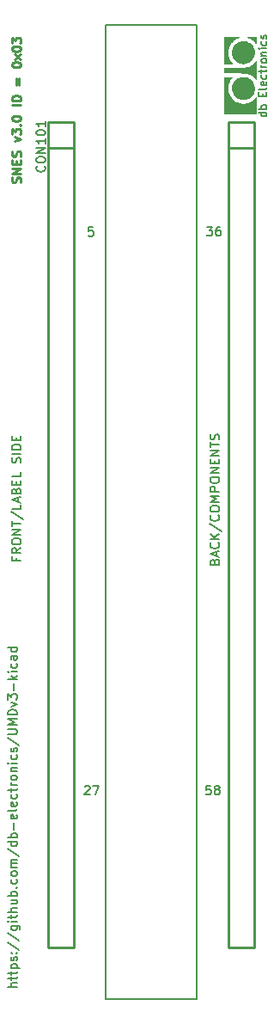
<source format=gto>
%TF.GenerationSoftware,KiCad,Pcbnew,7.0.8*%
%TF.CreationDate,2024-03-17T19:54:23-04:00*%
%TF.ProjectId,snes-umd,736e6573-2d75-46d6-942e-6b696361645f,0.1*%
%TF.SameCoordinates,Original*%
%TF.FileFunction,Legend,Top*%
%TF.FilePolarity,Positive*%
%FSLAX46Y46*%
G04 Gerber Fmt 4.6, Leading zero omitted, Abs format (unit mm)*
G04 Created by KiCad (PCBNEW 7.0.8) date 2024-03-17 19:54:23*
%MOMM*%
%LPD*%
G01*
G04 APERTURE LIST*
%ADD10C,0.203200*%
%ADD11C,0.222250*%
%ADD12C,0.177800*%
%ADD13C,0.010000*%
%ADD14C,0.254000*%
G04 APERTURE END LIST*
D10*
X138199617Y-130191104D02*
X138241950Y-130148770D01*
X138241950Y-130148770D02*
X138326617Y-130106437D01*
X138326617Y-130106437D02*
X138538284Y-130106437D01*
X138538284Y-130106437D02*
X138622950Y-130148770D01*
X138622950Y-130148770D02*
X138665284Y-130191104D01*
X138665284Y-130191104D02*
X138707617Y-130275770D01*
X138707617Y-130275770D02*
X138707617Y-130360437D01*
X138707617Y-130360437D02*
X138665284Y-130487437D01*
X138665284Y-130487437D02*
X138157284Y-130995437D01*
X138157284Y-130995437D02*
X138707617Y-130995437D01*
X139003951Y-130106437D02*
X139596617Y-130106437D01*
X139596617Y-130106437D02*
X139215617Y-130995437D01*
X131430835Y-107700232D02*
X131430835Y-107996565D01*
X131896502Y-107996565D02*
X131007502Y-107996565D01*
X131007502Y-107996565D02*
X131007502Y-107573232D01*
X131896502Y-106726565D02*
X131473169Y-107022898D01*
X131896502Y-107234565D02*
X131007502Y-107234565D01*
X131007502Y-107234565D02*
X131007502Y-106895898D01*
X131007502Y-106895898D02*
X131049835Y-106811232D01*
X131049835Y-106811232D02*
X131092169Y-106768898D01*
X131092169Y-106768898D02*
X131176835Y-106726565D01*
X131176835Y-106726565D02*
X131303835Y-106726565D01*
X131303835Y-106726565D02*
X131388502Y-106768898D01*
X131388502Y-106768898D02*
X131430835Y-106811232D01*
X131430835Y-106811232D02*
X131473169Y-106895898D01*
X131473169Y-106895898D02*
X131473169Y-107234565D01*
X131007502Y-106176232D02*
X131007502Y-106006898D01*
X131007502Y-106006898D02*
X131049835Y-105922232D01*
X131049835Y-105922232D02*
X131134502Y-105837565D01*
X131134502Y-105837565D02*
X131303835Y-105795232D01*
X131303835Y-105795232D02*
X131600169Y-105795232D01*
X131600169Y-105795232D02*
X131769502Y-105837565D01*
X131769502Y-105837565D02*
X131854169Y-105922232D01*
X131854169Y-105922232D02*
X131896502Y-106006898D01*
X131896502Y-106006898D02*
X131896502Y-106176232D01*
X131896502Y-106176232D02*
X131854169Y-106260898D01*
X131854169Y-106260898D02*
X131769502Y-106345565D01*
X131769502Y-106345565D02*
X131600169Y-106387898D01*
X131600169Y-106387898D02*
X131303835Y-106387898D01*
X131303835Y-106387898D02*
X131134502Y-106345565D01*
X131134502Y-106345565D02*
X131049835Y-106260898D01*
X131049835Y-106260898D02*
X131007502Y-106176232D01*
X131896502Y-105414232D02*
X131007502Y-105414232D01*
X131007502Y-105414232D02*
X131896502Y-104906232D01*
X131896502Y-104906232D02*
X131007502Y-104906232D01*
X131007502Y-104609899D02*
X131007502Y-104101899D01*
X131896502Y-104355899D02*
X131007502Y-104355899D01*
X130965169Y-103170566D02*
X132108169Y-103932566D01*
X131896502Y-102450900D02*
X131896502Y-102874233D01*
X131896502Y-102874233D02*
X131007502Y-102874233D01*
X131642502Y-102196899D02*
X131642502Y-101773566D01*
X131896502Y-102281566D02*
X131007502Y-101985233D01*
X131007502Y-101985233D02*
X131896502Y-101688899D01*
X131430835Y-101096233D02*
X131473169Y-100969233D01*
X131473169Y-100969233D02*
X131515502Y-100926899D01*
X131515502Y-100926899D02*
X131600169Y-100884566D01*
X131600169Y-100884566D02*
X131727169Y-100884566D01*
X131727169Y-100884566D02*
X131811835Y-100926899D01*
X131811835Y-100926899D02*
X131854169Y-100969233D01*
X131854169Y-100969233D02*
X131896502Y-101053899D01*
X131896502Y-101053899D02*
X131896502Y-101392566D01*
X131896502Y-101392566D02*
X131007502Y-101392566D01*
X131007502Y-101392566D02*
X131007502Y-101096233D01*
X131007502Y-101096233D02*
X131049835Y-101011566D01*
X131049835Y-101011566D02*
X131092169Y-100969233D01*
X131092169Y-100969233D02*
X131176835Y-100926899D01*
X131176835Y-100926899D02*
X131261502Y-100926899D01*
X131261502Y-100926899D02*
X131346169Y-100969233D01*
X131346169Y-100969233D02*
X131388502Y-101011566D01*
X131388502Y-101011566D02*
X131430835Y-101096233D01*
X131430835Y-101096233D02*
X131430835Y-101392566D01*
X131430835Y-100503566D02*
X131430835Y-100207233D01*
X131896502Y-100080233D02*
X131896502Y-100503566D01*
X131896502Y-100503566D02*
X131007502Y-100503566D01*
X131007502Y-100503566D02*
X131007502Y-100080233D01*
X131896502Y-99275900D02*
X131896502Y-99699233D01*
X131896502Y-99699233D02*
X131007502Y-99699233D01*
X131854169Y-98344566D02*
X131896502Y-98217566D01*
X131896502Y-98217566D02*
X131896502Y-98005900D01*
X131896502Y-98005900D02*
X131854169Y-97921233D01*
X131854169Y-97921233D02*
X131811835Y-97878900D01*
X131811835Y-97878900D02*
X131727169Y-97836566D01*
X131727169Y-97836566D02*
X131642502Y-97836566D01*
X131642502Y-97836566D02*
X131557835Y-97878900D01*
X131557835Y-97878900D02*
X131515502Y-97921233D01*
X131515502Y-97921233D02*
X131473169Y-98005900D01*
X131473169Y-98005900D02*
X131430835Y-98175233D01*
X131430835Y-98175233D02*
X131388502Y-98259900D01*
X131388502Y-98259900D02*
X131346169Y-98302233D01*
X131346169Y-98302233D02*
X131261502Y-98344566D01*
X131261502Y-98344566D02*
X131176835Y-98344566D01*
X131176835Y-98344566D02*
X131092169Y-98302233D01*
X131092169Y-98302233D02*
X131049835Y-98259900D01*
X131049835Y-98259900D02*
X131007502Y-98175233D01*
X131007502Y-98175233D02*
X131007502Y-97963566D01*
X131007502Y-97963566D02*
X131049835Y-97836566D01*
X131896502Y-97455566D02*
X131007502Y-97455566D01*
X131896502Y-97032233D02*
X131007502Y-97032233D01*
X131007502Y-97032233D02*
X131007502Y-96820566D01*
X131007502Y-96820566D02*
X131049835Y-96693566D01*
X131049835Y-96693566D02*
X131134502Y-96608900D01*
X131134502Y-96608900D02*
X131219169Y-96566566D01*
X131219169Y-96566566D02*
X131388502Y-96524233D01*
X131388502Y-96524233D02*
X131515502Y-96524233D01*
X131515502Y-96524233D02*
X131684835Y-96566566D01*
X131684835Y-96566566D02*
X131769502Y-96608900D01*
X131769502Y-96608900D02*
X131854169Y-96693566D01*
X131854169Y-96693566D02*
X131896502Y-96820566D01*
X131896502Y-96820566D02*
X131896502Y-97032233D01*
X131430835Y-96143233D02*
X131430835Y-95846900D01*
X131896502Y-95719900D02*
X131896502Y-96143233D01*
X131896502Y-96143233D02*
X131007502Y-96143233D01*
X131007502Y-96143233D02*
X131007502Y-95719900D01*
X131515502Y-149948896D02*
X130626502Y-149948896D01*
X131515502Y-149567896D02*
X131049835Y-149567896D01*
X131049835Y-149567896D02*
X130965169Y-149610229D01*
X130965169Y-149610229D02*
X130922835Y-149694896D01*
X130922835Y-149694896D02*
X130922835Y-149821896D01*
X130922835Y-149821896D02*
X130965169Y-149906563D01*
X130965169Y-149906563D02*
X131007502Y-149948896D01*
X130922835Y-149271563D02*
X130922835Y-148932896D01*
X130626502Y-149144563D02*
X131388502Y-149144563D01*
X131388502Y-149144563D02*
X131473169Y-149102230D01*
X131473169Y-149102230D02*
X131515502Y-149017563D01*
X131515502Y-149017563D02*
X131515502Y-148932896D01*
X130922835Y-148763563D02*
X130922835Y-148424896D01*
X130626502Y-148636563D02*
X131388502Y-148636563D01*
X131388502Y-148636563D02*
X131473169Y-148594230D01*
X131473169Y-148594230D02*
X131515502Y-148509563D01*
X131515502Y-148509563D02*
X131515502Y-148424896D01*
X130922835Y-148128563D02*
X131811835Y-148128563D01*
X130965169Y-148128563D02*
X130922835Y-148043896D01*
X130922835Y-148043896D02*
X130922835Y-147874563D01*
X130922835Y-147874563D02*
X130965169Y-147789896D01*
X130965169Y-147789896D02*
X131007502Y-147747563D01*
X131007502Y-147747563D02*
X131092169Y-147705230D01*
X131092169Y-147705230D02*
X131346169Y-147705230D01*
X131346169Y-147705230D02*
X131430835Y-147747563D01*
X131430835Y-147747563D02*
X131473169Y-147789896D01*
X131473169Y-147789896D02*
X131515502Y-147874563D01*
X131515502Y-147874563D02*
X131515502Y-148043896D01*
X131515502Y-148043896D02*
X131473169Y-148128563D01*
X131473169Y-147366563D02*
X131515502Y-147281897D01*
X131515502Y-147281897D02*
X131515502Y-147112563D01*
X131515502Y-147112563D02*
X131473169Y-147027897D01*
X131473169Y-147027897D02*
X131388502Y-146985563D01*
X131388502Y-146985563D02*
X131346169Y-146985563D01*
X131346169Y-146985563D02*
X131261502Y-147027897D01*
X131261502Y-147027897D02*
X131219169Y-147112563D01*
X131219169Y-147112563D02*
X131219169Y-147239563D01*
X131219169Y-147239563D02*
X131176835Y-147324230D01*
X131176835Y-147324230D02*
X131092169Y-147366563D01*
X131092169Y-147366563D02*
X131049835Y-147366563D01*
X131049835Y-147366563D02*
X130965169Y-147324230D01*
X130965169Y-147324230D02*
X130922835Y-147239563D01*
X130922835Y-147239563D02*
X130922835Y-147112563D01*
X130922835Y-147112563D02*
X130965169Y-147027897D01*
X131430835Y-146604563D02*
X131473169Y-146562230D01*
X131473169Y-146562230D02*
X131515502Y-146604563D01*
X131515502Y-146604563D02*
X131473169Y-146646896D01*
X131473169Y-146646896D02*
X131430835Y-146604563D01*
X131430835Y-146604563D02*
X131515502Y-146604563D01*
X130965169Y-146604563D02*
X131007502Y-146562230D01*
X131007502Y-146562230D02*
X131049835Y-146604563D01*
X131049835Y-146604563D02*
X131007502Y-146646896D01*
X131007502Y-146646896D02*
X130965169Y-146604563D01*
X130965169Y-146604563D02*
X131049835Y-146604563D01*
X130584169Y-145546230D02*
X131727169Y-146308230D01*
X130584169Y-144614897D02*
X131727169Y-145376897D01*
X130922835Y-143937564D02*
X131642502Y-143937564D01*
X131642502Y-143937564D02*
X131727169Y-143979897D01*
X131727169Y-143979897D02*
X131769502Y-144022231D01*
X131769502Y-144022231D02*
X131811835Y-144106897D01*
X131811835Y-144106897D02*
X131811835Y-144233897D01*
X131811835Y-144233897D02*
X131769502Y-144318564D01*
X131473169Y-143937564D02*
X131515502Y-144022231D01*
X131515502Y-144022231D02*
X131515502Y-144191564D01*
X131515502Y-144191564D02*
X131473169Y-144276231D01*
X131473169Y-144276231D02*
X131430835Y-144318564D01*
X131430835Y-144318564D02*
X131346169Y-144360897D01*
X131346169Y-144360897D02*
X131092169Y-144360897D01*
X131092169Y-144360897D02*
X131007502Y-144318564D01*
X131007502Y-144318564D02*
X130965169Y-144276231D01*
X130965169Y-144276231D02*
X130922835Y-144191564D01*
X130922835Y-144191564D02*
X130922835Y-144022231D01*
X130922835Y-144022231D02*
X130965169Y-143937564D01*
X131515502Y-143514231D02*
X130922835Y-143514231D01*
X130626502Y-143514231D02*
X130668835Y-143556564D01*
X130668835Y-143556564D02*
X130711169Y-143514231D01*
X130711169Y-143514231D02*
X130668835Y-143471898D01*
X130668835Y-143471898D02*
X130626502Y-143514231D01*
X130626502Y-143514231D02*
X130711169Y-143514231D01*
X130922835Y-143217898D02*
X130922835Y-142879231D01*
X130626502Y-143090898D02*
X131388502Y-143090898D01*
X131388502Y-143090898D02*
X131473169Y-143048565D01*
X131473169Y-143048565D02*
X131515502Y-142963898D01*
X131515502Y-142963898D02*
X131515502Y-142879231D01*
X131515502Y-142582898D02*
X130626502Y-142582898D01*
X131515502Y-142201898D02*
X131049835Y-142201898D01*
X131049835Y-142201898D02*
X130965169Y-142244231D01*
X130965169Y-142244231D02*
X130922835Y-142328898D01*
X130922835Y-142328898D02*
X130922835Y-142455898D01*
X130922835Y-142455898D02*
X130965169Y-142540565D01*
X130965169Y-142540565D02*
X131007502Y-142582898D01*
X130922835Y-141397565D02*
X131515502Y-141397565D01*
X130922835Y-141778565D02*
X131388502Y-141778565D01*
X131388502Y-141778565D02*
X131473169Y-141736232D01*
X131473169Y-141736232D02*
X131515502Y-141651565D01*
X131515502Y-141651565D02*
X131515502Y-141524565D01*
X131515502Y-141524565D02*
X131473169Y-141439898D01*
X131473169Y-141439898D02*
X131430835Y-141397565D01*
X131515502Y-140974232D02*
X130626502Y-140974232D01*
X130965169Y-140974232D02*
X130922835Y-140889565D01*
X130922835Y-140889565D02*
X130922835Y-140720232D01*
X130922835Y-140720232D02*
X130965169Y-140635565D01*
X130965169Y-140635565D02*
X131007502Y-140593232D01*
X131007502Y-140593232D02*
X131092169Y-140550899D01*
X131092169Y-140550899D02*
X131346169Y-140550899D01*
X131346169Y-140550899D02*
X131430835Y-140593232D01*
X131430835Y-140593232D02*
X131473169Y-140635565D01*
X131473169Y-140635565D02*
X131515502Y-140720232D01*
X131515502Y-140720232D02*
X131515502Y-140889565D01*
X131515502Y-140889565D02*
X131473169Y-140974232D01*
X131430835Y-140169899D02*
X131473169Y-140127566D01*
X131473169Y-140127566D02*
X131515502Y-140169899D01*
X131515502Y-140169899D02*
X131473169Y-140212232D01*
X131473169Y-140212232D02*
X131430835Y-140169899D01*
X131430835Y-140169899D02*
X131515502Y-140169899D01*
X131473169Y-139365566D02*
X131515502Y-139450233D01*
X131515502Y-139450233D02*
X131515502Y-139619566D01*
X131515502Y-139619566D02*
X131473169Y-139704233D01*
X131473169Y-139704233D02*
X131430835Y-139746566D01*
X131430835Y-139746566D02*
X131346169Y-139788899D01*
X131346169Y-139788899D02*
X131092169Y-139788899D01*
X131092169Y-139788899D02*
X131007502Y-139746566D01*
X131007502Y-139746566D02*
X130965169Y-139704233D01*
X130965169Y-139704233D02*
X130922835Y-139619566D01*
X130922835Y-139619566D02*
X130922835Y-139450233D01*
X130922835Y-139450233D02*
X130965169Y-139365566D01*
X131515502Y-138857566D02*
X131473169Y-138942233D01*
X131473169Y-138942233D02*
X131430835Y-138984566D01*
X131430835Y-138984566D02*
X131346169Y-139026899D01*
X131346169Y-139026899D02*
X131092169Y-139026899D01*
X131092169Y-139026899D02*
X131007502Y-138984566D01*
X131007502Y-138984566D02*
X130965169Y-138942233D01*
X130965169Y-138942233D02*
X130922835Y-138857566D01*
X130922835Y-138857566D02*
X130922835Y-138730566D01*
X130922835Y-138730566D02*
X130965169Y-138645899D01*
X130965169Y-138645899D02*
X131007502Y-138603566D01*
X131007502Y-138603566D02*
X131092169Y-138561233D01*
X131092169Y-138561233D02*
X131346169Y-138561233D01*
X131346169Y-138561233D02*
X131430835Y-138603566D01*
X131430835Y-138603566D02*
X131473169Y-138645899D01*
X131473169Y-138645899D02*
X131515502Y-138730566D01*
X131515502Y-138730566D02*
X131515502Y-138857566D01*
X131515502Y-138180233D02*
X130922835Y-138180233D01*
X131007502Y-138180233D02*
X130965169Y-138137900D01*
X130965169Y-138137900D02*
X130922835Y-138053233D01*
X130922835Y-138053233D02*
X130922835Y-137926233D01*
X130922835Y-137926233D02*
X130965169Y-137841566D01*
X130965169Y-137841566D02*
X131049835Y-137799233D01*
X131049835Y-137799233D02*
X131515502Y-137799233D01*
X131049835Y-137799233D02*
X130965169Y-137756900D01*
X130965169Y-137756900D02*
X130922835Y-137672233D01*
X130922835Y-137672233D02*
X130922835Y-137545233D01*
X130922835Y-137545233D02*
X130965169Y-137460566D01*
X130965169Y-137460566D02*
X131049835Y-137418233D01*
X131049835Y-137418233D02*
X131515502Y-137418233D01*
X130584169Y-136359900D02*
X131727169Y-137121900D01*
X131515502Y-135682567D02*
X130626502Y-135682567D01*
X131473169Y-135682567D02*
X131515502Y-135767234D01*
X131515502Y-135767234D02*
X131515502Y-135936567D01*
X131515502Y-135936567D02*
X131473169Y-136021234D01*
X131473169Y-136021234D02*
X131430835Y-136063567D01*
X131430835Y-136063567D02*
X131346169Y-136105900D01*
X131346169Y-136105900D02*
X131092169Y-136105900D01*
X131092169Y-136105900D02*
X131007502Y-136063567D01*
X131007502Y-136063567D02*
X130965169Y-136021234D01*
X130965169Y-136021234D02*
X130922835Y-135936567D01*
X130922835Y-135936567D02*
X130922835Y-135767234D01*
X130922835Y-135767234D02*
X130965169Y-135682567D01*
X131515502Y-135259234D02*
X130626502Y-135259234D01*
X130965169Y-135259234D02*
X130922835Y-135174567D01*
X130922835Y-135174567D02*
X130922835Y-135005234D01*
X130922835Y-135005234D02*
X130965169Y-134920567D01*
X130965169Y-134920567D02*
X131007502Y-134878234D01*
X131007502Y-134878234D02*
X131092169Y-134835901D01*
X131092169Y-134835901D02*
X131346169Y-134835901D01*
X131346169Y-134835901D02*
X131430835Y-134878234D01*
X131430835Y-134878234D02*
X131473169Y-134920567D01*
X131473169Y-134920567D02*
X131515502Y-135005234D01*
X131515502Y-135005234D02*
X131515502Y-135174567D01*
X131515502Y-135174567D02*
X131473169Y-135259234D01*
X131176835Y-134454901D02*
X131176835Y-133777568D01*
X131473169Y-133015567D02*
X131515502Y-133100234D01*
X131515502Y-133100234D02*
X131515502Y-133269567D01*
X131515502Y-133269567D02*
X131473169Y-133354234D01*
X131473169Y-133354234D02*
X131388502Y-133396567D01*
X131388502Y-133396567D02*
X131049835Y-133396567D01*
X131049835Y-133396567D02*
X130965169Y-133354234D01*
X130965169Y-133354234D02*
X130922835Y-133269567D01*
X130922835Y-133269567D02*
X130922835Y-133100234D01*
X130922835Y-133100234D02*
X130965169Y-133015567D01*
X130965169Y-133015567D02*
X131049835Y-132973234D01*
X131049835Y-132973234D02*
X131134502Y-132973234D01*
X131134502Y-132973234D02*
X131219169Y-133396567D01*
X131515502Y-132465234D02*
X131473169Y-132549901D01*
X131473169Y-132549901D02*
X131388502Y-132592234D01*
X131388502Y-132592234D02*
X130626502Y-132592234D01*
X131473169Y-131787900D02*
X131515502Y-131872567D01*
X131515502Y-131872567D02*
X131515502Y-132041900D01*
X131515502Y-132041900D02*
X131473169Y-132126567D01*
X131473169Y-132126567D02*
X131388502Y-132168900D01*
X131388502Y-132168900D02*
X131049835Y-132168900D01*
X131049835Y-132168900D02*
X130965169Y-132126567D01*
X130965169Y-132126567D02*
X130922835Y-132041900D01*
X130922835Y-132041900D02*
X130922835Y-131872567D01*
X130922835Y-131872567D02*
X130965169Y-131787900D01*
X130965169Y-131787900D02*
X131049835Y-131745567D01*
X131049835Y-131745567D02*
X131134502Y-131745567D01*
X131134502Y-131745567D02*
X131219169Y-132168900D01*
X131473169Y-130983567D02*
X131515502Y-131068234D01*
X131515502Y-131068234D02*
X131515502Y-131237567D01*
X131515502Y-131237567D02*
X131473169Y-131322234D01*
X131473169Y-131322234D02*
X131430835Y-131364567D01*
X131430835Y-131364567D02*
X131346169Y-131406900D01*
X131346169Y-131406900D02*
X131092169Y-131406900D01*
X131092169Y-131406900D02*
X131007502Y-131364567D01*
X131007502Y-131364567D02*
X130965169Y-131322234D01*
X130965169Y-131322234D02*
X130922835Y-131237567D01*
X130922835Y-131237567D02*
X130922835Y-131068234D01*
X130922835Y-131068234D02*
X130965169Y-130983567D01*
X130922835Y-130729567D02*
X130922835Y-130390900D01*
X130626502Y-130602567D02*
X131388502Y-130602567D01*
X131388502Y-130602567D02*
X131473169Y-130560234D01*
X131473169Y-130560234D02*
X131515502Y-130475567D01*
X131515502Y-130475567D02*
X131515502Y-130390900D01*
X131515502Y-130094567D02*
X130922835Y-130094567D01*
X131092169Y-130094567D02*
X131007502Y-130052234D01*
X131007502Y-130052234D02*
X130965169Y-130009900D01*
X130965169Y-130009900D02*
X130922835Y-129925234D01*
X130922835Y-129925234D02*
X130922835Y-129840567D01*
X131515502Y-129417234D02*
X131473169Y-129501901D01*
X131473169Y-129501901D02*
X131430835Y-129544234D01*
X131430835Y-129544234D02*
X131346169Y-129586567D01*
X131346169Y-129586567D02*
X131092169Y-129586567D01*
X131092169Y-129586567D02*
X131007502Y-129544234D01*
X131007502Y-129544234D02*
X130965169Y-129501901D01*
X130965169Y-129501901D02*
X130922835Y-129417234D01*
X130922835Y-129417234D02*
X130922835Y-129290234D01*
X130922835Y-129290234D02*
X130965169Y-129205567D01*
X130965169Y-129205567D02*
X131007502Y-129163234D01*
X131007502Y-129163234D02*
X131092169Y-129120901D01*
X131092169Y-129120901D02*
X131346169Y-129120901D01*
X131346169Y-129120901D02*
X131430835Y-129163234D01*
X131430835Y-129163234D02*
X131473169Y-129205567D01*
X131473169Y-129205567D02*
X131515502Y-129290234D01*
X131515502Y-129290234D02*
X131515502Y-129417234D01*
X130922835Y-128739901D02*
X131515502Y-128739901D01*
X131007502Y-128739901D02*
X130965169Y-128697568D01*
X130965169Y-128697568D02*
X130922835Y-128612901D01*
X130922835Y-128612901D02*
X130922835Y-128485901D01*
X130922835Y-128485901D02*
X130965169Y-128401234D01*
X130965169Y-128401234D02*
X131049835Y-128358901D01*
X131049835Y-128358901D02*
X131515502Y-128358901D01*
X131515502Y-127935568D02*
X130922835Y-127935568D01*
X130626502Y-127935568D02*
X130668835Y-127977901D01*
X130668835Y-127977901D02*
X130711169Y-127935568D01*
X130711169Y-127935568D02*
X130668835Y-127893235D01*
X130668835Y-127893235D02*
X130626502Y-127935568D01*
X130626502Y-127935568D02*
X130711169Y-127935568D01*
X131473169Y-127131235D02*
X131515502Y-127215902D01*
X131515502Y-127215902D02*
X131515502Y-127385235D01*
X131515502Y-127385235D02*
X131473169Y-127469902D01*
X131473169Y-127469902D02*
X131430835Y-127512235D01*
X131430835Y-127512235D02*
X131346169Y-127554568D01*
X131346169Y-127554568D02*
X131092169Y-127554568D01*
X131092169Y-127554568D02*
X131007502Y-127512235D01*
X131007502Y-127512235D02*
X130965169Y-127469902D01*
X130965169Y-127469902D02*
X130922835Y-127385235D01*
X130922835Y-127385235D02*
X130922835Y-127215902D01*
X130922835Y-127215902D02*
X130965169Y-127131235D01*
X131473169Y-126792568D02*
X131515502Y-126707902D01*
X131515502Y-126707902D02*
X131515502Y-126538568D01*
X131515502Y-126538568D02*
X131473169Y-126453902D01*
X131473169Y-126453902D02*
X131388502Y-126411568D01*
X131388502Y-126411568D02*
X131346169Y-126411568D01*
X131346169Y-126411568D02*
X131261502Y-126453902D01*
X131261502Y-126453902D02*
X131219169Y-126538568D01*
X131219169Y-126538568D02*
X131219169Y-126665568D01*
X131219169Y-126665568D02*
X131176835Y-126750235D01*
X131176835Y-126750235D02*
X131092169Y-126792568D01*
X131092169Y-126792568D02*
X131049835Y-126792568D01*
X131049835Y-126792568D02*
X130965169Y-126750235D01*
X130965169Y-126750235D02*
X130922835Y-126665568D01*
X130922835Y-126665568D02*
X130922835Y-126538568D01*
X130922835Y-126538568D02*
X130965169Y-126453902D01*
X130584169Y-125395568D02*
X131727169Y-126157568D01*
X130626502Y-125099235D02*
X131346169Y-125099235D01*
X131346169Y-125099235D02*
X131430835Y-125056902D01*
X131430835Y-125056902D02*
X131473169Y-125014568D01*
X131473169Y-125014568D02*
X131515502Y-124929902D01*
X131515502Y-124929902D02*
X131515502Y-124760568D01*
X131515502Y-124760568D02*
X131473169Y-124675902D01*
X131473169Y-124675902D02*
X131430835Y-124633568D01*
X131430835Y-124633568D02*
X131346169Y-124591235D01*
X131346169Y-124591235D02*
X130626502Y-124591235D01*
X131515502Y-124167902D02*
X130626502Y-124167902D01*
X130626502Y-124167902D02*
X131261502Y-123871569D01*
X131261502Y-123871569D02*
X130626502Y-123575235D01*
X130626502Y-123575235D02*
X131515502Y-123575235D01*
X131515502Y-123151902D02*
X130626502Y-123151902D01*
X130626502Y-123151902D02*
X130626502Y-122940235D01*
X130626502Y-122940235D02*
X130668835Y-122813235D01*
X130668835Y-122813235D02*
X130753502Y-122728569D01*
X130753502Y-122728569D02*
X130838169Y-122686235D01*
X130838169Y-122686235D02*
X131007502Y-122643902D01*
X131007502Y-122643902D02*
X131134502Y-122643902D01*
X131134502Y-122643902D02*
X131303835Y-122686235D01*
X131303835Y-122686235D02*
X131388502Y-122728569D01*
X131388502Y-122728569D02*
X131473169Y-122813235D01*
X131473169Y-122813235D02*
X131515502Y-122940235D01*
X131515502Y-122940235D02*
X131515502Y-123151902D01*
X130922835Y-122347569D02*
X131515502Y-122135902D01*
X131515502Y-122135902D02*
X130922835Y-121924235D01*
X130626502Y-121670236D02*
X130626502Y-121119902D01*
X130626502Y-121119902D02*
X130965169Y-121416236D01*
X130965169Y-121416236D02*
X130965169Y-121289236D01*
X130965169Y-121289236D02*
X131007502Y-121204569D01*
X131007502Y-121204569D02*
X131049835Y-121162236D01*
X131049835Y-121162236D02*
X131134502Y-121119902D01*
X131134502Y-121119902D02*
X131346169Y-121119902D01*
X131346169Y-121119902D02*
X131430835Y-121162236D01*
X131430835Y-121162236D02*
X131473169Y-121204569D01*
X131473169Y-121204569D02*
X131515502Y-121289236D01*
X131515502Y-121289236D02*
X131515502Y-121543236D01*
X131515502Y-121543236D02*
X131473169Y-121627902D01*
X131473169Y-121627902D02*
X131430835Y-121670236D01*
X131176835Y-120738902D02*
X131176835Y-120061569D01*
X131515502Y-119638235D02*
X130626502Y-119638235D01*
X131176835Y-119553568D02*
X131515502Y-119299568D01*
X130922835Y-119299568D02*
X131261502Y-119638235D01*
X131515502Y-118918568D02*
X130922835Y-118918568D01*
X130626502Y-118918568D02*
X130668835Y-118960901D01*
X130668835Y-118960901D02*
X130711169Y-118918568D01*
X130711169Y-118918568D02*
X130668835Y-118876235D01*
X130668835Y-118876235D02*
X130626502Y-118918568D01*
X130626502Y-118918568D02*
X130711169Y-118918568D01*
X131473169Y-118114235D02*
X131515502Y-118198902D01*
X131515502Y-118198902D02*
X131515502Y-118368235D01*
X131515502Y-118368235D02*
X131473169Y-118452902D01*
X131473169Y-118452902D02*
X131430835Y-118495235D01*
X131430835Y-118495235D02*
X131346169Y-118537568D01*
X131346169Y-118537568D02*
X131092169Y-118537568D01*
X131092169Y-118537568D02*
X131007502Y-118495235D01*
X131007502Y-118495235D02*
X130965169Y-118452902D01*
X130965169Y-118452902D02*
X130922835Y-118368235D01*
X130922835Y-118368235D02*
X130922835Y-118198902D01*
X130922835Y-118198902D02*
X130965169Y-118114235D01*
X131515502Y-117352235D02*
X131049835Y-117352235D01*
X131049835Y-117352235D02*
X130965169Y-117394568D01*
X130965169Y-117394568D02*
X130922835Y-117479235D01*
X130922835Y-117479235D02*
X130922835Y-117648568D01*
X130922835Y-117648568D02*
X130965169Y-117733235D01*
X131473169Y-117352235D02*
X131515502Y-117436902D01*
X131515502Y-117436902D02*
X131515502Y-117648568D01*
X131515502Y-117648568D02*
X131473169Y-117733235D01*
X131473169Y-117733235D02*
X131388502Y-117775568D01*
X131388502Y-117775568D02*
X131303835Y-117775568D01*
X131303835Y-117775568D02*
X131219169Y-117733235D01*
X131219169Y-117733235D02*
X131176835Y-117648568D01*
X131176835Y-117648568D02*
X131176835Y-117436902D01*
X131176835Y-117436902D02*
X131134502Y-117352235D01*
X131515502Y-116547902D02*
X130626502Y-116547902D01*
X131473169Y-116547902D02*
X131515502Y-116632569D01*
X131515502Y-116632569D02*
X131515502Y-116801902D01*
X131515502Y-116801902D02*
X131473169Y-116886569D01*
X131473169Y-116886569D02*
X131430835Y-116928902D01*
X131430835Y-116928902D02*
X131346169Y-116971235D01*
X131346169Y-116971235D02*
X131092169Y-116971235D01*
X131092169Y-116971235D02*
X131007502Y-116928902D01*
X131007502Y-116928902D02*
X130965169Y-116886569D01*
X130965169Y-116886569D02*
X130922835Y-116801902D01*
X130922835Y-116801902D02*
X130922835Y-116632569D01*
X130922835Y-116632569D02*
X130965169Y-116547902D01*
X138995484Y-75140837D02*
X138572150Y-75140837D01*
X138572150Y-75140837D02*
X138529817Y-75564170D01*
X138529817Y-75564170D02*
X138572150Y-75521837D01*
X138572150Y-75521837D02*
X138656817Y-75479504D01*
X138656817Y-75479504D02*
X138868484Y-75479504D01*
X138868484Y-75479504D02*
X138953150Y-75521837D01*
X138953150Y-75521837D02*
X138995484Y-75564170D01*
X138995484Y-75564170D02*
X139037817Y-75648837D01*
X139037817Y-75648837D02*
X139037817Y-75860504D01*
X139037817Y-75860504D02*
X138995484Y-75945170D01*
X138995484Y-75945170D02*
X138953150Y-75987504D01*
X138953150Y-75987504D02*
X138868484Y-76029837D01*
X138868484Y-76029837D02*
X138656817Y-76029837D01*
X138656817Y-76029837D02*
X138572150Y-75987504D01*
X138572150Y-75987504D02*
X138529817Y-75945170D01*
X150963435Y-108051599D02*
X151005769Y-107924599D01*
X151005769Y-107924599D02*
X151048102Y-107882265D01*
X151048102Y-107882265D02*
X151132769Y-107839932D01*
X151132769Y-107839932D02*
X151259769Y-107839932D01*
X151259769Y-107839932D02*
X151344435Y-107882265D01*
X151344435Y-107882265D02*
X151386769Y-107924599D01*
X151386769Y-107924599D02*
X151429102Y-108009265D01*
X151429102Y-108009265D02*
X151429102Y-108347932D01*
X151429102Y-108347932D02*
X150540102Y-108347932D01*
X150540102Y-108347932D02*
X150540102Y-108051599D01*
X150540102Y-108051599D02*
X150582435Y-107966932D01*
X150582435Y-107966932D02*
X150624769Y-107924599D01*
X150624769Y-107924599D02*
X150709435Y-107882265D01*
X150709435Y-107882265D02*
X150794102Y-107882265D01*
X150794102Y-107882265D02*
X150878769Y-107924599D01*
X150878769Y-107924599D02*
X150921102Y-107966932D01*
X150921102Y-107966932D02*
X150963435Y-108051599D01*
X150963435Y-108051599D02*
X150963435Y-108347932D01*
X151175102Y-107501265D02*
X151175102Y-107077932D01*
X151429102Y-107585932D02*
X150540102Y-107289599D01*
X150540102Y-107289599D02*
X151429102Y-106993265D01*
X151344435Y-106188932D02*
X151386769Y-106231265D01*
X151386769Y-106231265D02*
X151429102Y-106358265D01*
X151429102Y-106358265D02*
X151429102Y-106442932D01*
X151429102Y-106442932D02*
X151386769Y-106569932D01*
X151386769Y-106569932D02*
X151302102Y-106654599D01*
X151302102Y-106654599D02*
X151217435Y-106696932D01*
X151217435Y-106696932D02*
X151048102Y-106739265D01*
X151048102Y-106739265D02*
X150921102Y-106739265D01*
X150921102Y-106739265D02*
X150751769Y-106696932D01*
X150751769Y-106696932D02*
X150667102Y-106654599D01*
X150667102Y-106654599D02*
X150582435Y-106569932D01*
X150582435Y-106569932D02*
X150540102Y-106442932D01*
X150540102Y-106442932D02*
X150540102Y-106358265D01*
X150540102Y-106358265D02*
X150582435Y-106231265D01*
X150582435Y-106231265D02*
X150624769Y-106188932D01*
X151429102Y-105807932D02*
X150540102Y-105807932D01*
X151429102Y-105299932D02*
X150921102Y-105680932D01*
X150540102Y-105299932D02*
X151048102Y-105807932D01*
X150497769Y-104283932D02*
X151640769Y-105045932D01*
X151344435Y-103479599D02*
X151386769Y-103521932D01*
X151386769Y-103521932D02*
X151429102Y-103648932D01*
X151429102Y-103648932D02*
X151429102Y-103733599D01*
X151429102Y-103733599D02*
X151386769Y-103860599D01*
X151386769Y-103860599D02*
X151302102Y-103945266D01*
X151302102Y-103945266D02*
X151217435Y-103987599D01*
X151217435Y-103987599D02*
X151048102Y-104029932D01*
X151048102Y-104029932D02*
X150921102Y-104029932D01*
X150921102Y-104029932D02*
X150751769Y-103987599D01*
X150751769Y-103987599D02*
X150667102Y-103945266D01*
X150667102Y-103945266D02*
X150582435Y-103860599D01*
X150582435Y-103860599D02*
X150540102Y-103733599D01*
X150540102Y-103733599D02*
X150540102Y-103648932D01*
X150540102Y-103648932D02*
X150582435Y-103521932D01*
X150582435Y-103521932D02*
X150624769Y-103479599D01*
X150540102Y-102929266D02*
X150540102Y-102759932D01*
X150540102Y-102759932D02*
X150582435Y-102675266D01*
X150582435Y-102675266D02*
X150667102Y-102590599D01*
X150667102Y-102590599D02*
X150836435Y-102548266D01*
X150836435Y-102548266D02*
X151132769Y-102548266D01*
X151132769Y-102548266D02*
X151302102Y-102590599D01*
X151302102Y-102590599D02*
X151386769Y-102675266D01*
X151386769Y-102675266D02*
X151429102Y-102759932D01*
X151429102Y-102759932D02*
X151429102Y-102929266D01*
X151429102Y-102929266D02*
X151386769Y-103013932D01*
X151386769Y-103013932D02*
X151302102Y-103098599D01*
X151302102Y-103098599D02*
X151132769Y-103140932D01*
X151132769Y-103140932D02*
X150836435Y-103140932D01*
X150836435Y-103140932D02*
X150667102Y-103098599D01*
X150667102Y-103098599D02*
X150582435Y-103013932D01*
X150582435Y-103013932D02*
X150540102Y-102929266D01*
X151429102Y-102167266D02*
X150540102Y-102167266D01*
X150540102Y-102167266D02*
X151175102Y-101870933D01*
X151175102Y-101870933D02*
X150540102Y-101574599D01*
X150540102Y-101574599D02*
X151429102Y-101574599D01*
X151429102Y-101151266D02*
X150540102Y-101151266D01*
X150540102Y-101151266D02*
X150540102Y-100812599D01*
X150540102Y-100812599D02*
X150582435Y-100727933D01*
X150582435Y-100727933D02*
X150624769Y-100685599D01*
X150624769Y-100685599D02*
X150709435Y-100643266D01*
X150709435Y-100643266D02*
X150836435Y-100643266D01*
X150836435Y-100643266D02*
X150921102Y-100685599D01*
X150921102Y-100685599D02*
X150963435Y-100727933D01*
X150963435Y-100727933D02*
X151005769Y-100812599D01*
X151005769Y-100812599D02*
X151005769Y-101151266D01*
X150540102Y-100092933D02*
X150540102Y-99923599D01*
X150540102Y-99923599D02*
X150582435Y-99838933D01*
X150582435Y-99838933D02*
X150667102Y-99754266D01*
X150667102Y-99754266D02*
X150836435Y-99711933D01*
X150836435Y-99711933D02*
X151132769Y-99711933D01*
X151132769Y-99711933D02*
X151302102Y-99754266D01*
X151302102Y-99754266D02*
X151386769Y-99838933D01*
X151386769Y-99838933D02*
X151429102Y-99923599D01*
X151429102Y-99923599D02*
X151429102Y-100092933D01*
X151429102Y-100092933D02*
X151386769Y-100177599D01*
X151386769Y-100177599D02*
X151302102Y-100262266D01*
X151302102Y-100262266D02*
X151132769Y-100304599D01*
X151132769Y-100304599D02*
X150836435Y-100304599D01*
X150836435Y-100304599D02*
X150667102Y-100262266D01*
X150667102Y-100262266D02*
X150582435Y-100177599D01*
X150582435Y-100177599D02*
X150540102Y-100092933D01*
X151429102Y-99330933D02*
X150540102Y-99330933D01*
X150540102Y-99330933D02*
X151429102Y-98822933D01*
X151429102Y-98822933D02*
X150540102Y-98822933D01*
X150963435Y-98399600D02*
X150963435Y-98103267D01*
X151429102Y-97976267D02*
X151429102Y-98399600D01*
X151429102Y-98399600D02*
X150540102Y-98399600D01*
X150540102Y-98399600D02*
X150540102Y-97976267D01*
X151429102Y-97595267D02*
X150540102Y-97595267D01*
X150540102Y-97595267D02*
X151429102Y-97087267D01*
X151429102Y-97087267D02*
X150540102Y-97087267D01*
X150540102Y-96790934D02*
X150540102Y-96282934D01*
X151429102Y-96536934D02*
X150540102Y-96536934D01*
X151386769Y-96028934D02*
X151429102Y-95901934D01*
X151429102Y-95901934D02*
X151429102Y-95690268D01*
X151429102Y-95690268D02*
X151386769Y-95605601D01*
X151386769Y-95605601D02*
X151344435Y-95563268D01*
X151344435Y-95563268D02*
X151259769Y-95520934D01*
X151259769Y-95520934D02*
X151175102Y-95520934D01*
X151175102Y-95520934D02*
X151090435Y-95563268D01*
X151090435Y-95563268D02*
X151048102Y-95605601D01*
X151048102Y-95605601D02*
X151005769Y-95690268D01*
X151005769Y-95690268D02*
X150963435Y-95859601D01*
X150963435Y-95859601D02*
X150921102Y-95944268D01*
X150921102Y-95944268D02*
X150878769Y-95986601D01*
X150878769Y-95986601D02*
X150794102Y-96028934D01*
X150794102Y-96028934D02*
X150709435Y-96028934D01*
X150709435Y-96028934D02*
X150624769Y-95986601D01*
X150624769Y-95986601D02*
X150582435Y-95944268D01*
X150582435Y-95944268D02*
X150540102Y-95859601D01*
X150540102Y-95859601D02*
X150540102Y-95647934D01*
X150540102Y-95647934D02*
X150582435Y-95520934D01*
X150222284Y-75090037D02*
X150772617Y-75090037D01*
X150772617Y-75090037D02*
X150476284Y-75428704D01*
X150476284Y-75428704D02*
X150603284Y-75428704D01*
X150603284Y-75428704D02*
X150687950Y-75471037D01*
X150687950Y-75471037D02*
X150730284Y-75513370D01*
X150730284Y-75513370D02*
X150772617Y-75598037D01*
X150772617Y-75598037D02*
X150772617Y-75809704D01*
X150772617Y-75809704D02*
X150730284Y-75894370D01*
X150730284Y-75894370D02*
X150687950Y-75936704D01*
X150687950Y-75936704D02*
X150603284Y-75979037D01*
X150603284Y-75979037D02*
X150349284Y-75979037D01*
X150349284Y-75979037D02*
X150264617Y-75936704D01*
X150264617Y-75936704D02*
X150222284Y-75894370D01*
X151534617Y-75090037D02*
X151365284Y-75090037D01*
X151365284Y-75090037D02*
X151280617Y-75132370D01*
X151280617Y-75132370D02*
X151238284Y-75174704D01*
X151238284Y-75174704D02*
X151153617Y-75301704D01*
X151153617Y-75301704D02*
X151111284Y-75471037D01*
X151111284Y-75471037D02*
X151111284Y-75809704D01*
X151111284Y-75809704D02*
X151153617Y-75894370D01*
X151153617Y-75894370D02*
X151195951Y-75936704D01*
X151195951Y-75936704D02*
X151280617Y-75979037D01*
X151280617Y-75979037D02*
X151449951Y-75979037D01*
X151449951Y-75979037D02*
X151534617Y-75936704D01*
X151534617Y-75936704D02*
X151576951Y-75894370D01*
X151576951Y-75894370D02*
X151619284Y-75809704D01*
X151619284Y-75809704D02*
X151619284Y-75598037D01*
X151619284Y-75598037D02*
X151576951Y-75513370D01*
X151576951Y-75513370D02*
X151534617Y-75471037D01*
X151534617Y-75471037D02*
X151449951Y-75428704D01*
X151449951Y-75428704D02*
X151280617Y-75428704D01*
X151280617Y-75428704D02*
X151195951Y-75471037D01*
X151195951Y-75471037D02*
X151153617Y-75513370D01*
X151153617Y-75513370D02*
X151111284Y-75598037D01*
D11*
X131853179Y-70734766D02*
X131895512Y-70607766D01*
X131895512Y-70607766D02*
X131895512Y-70396100D01*
X131895512Y-70396100D02*
X131853179Y-70311433D01*
X131853179Y-70311433D02*
X131810845Y-70269100D01*
X131810845Y-70269100D02*
X131726179Y-70226766D01*
X131726179Y-70226766D02*
X131641512Y-70226766D01*
X131641512Y-70226766D02*
X131556845Y-70269100D01*
X131556845Y-70269100D02*
X131514512Y-70311433D01*
X131514512Y-70311433D02*
X131472179Y-70396100D01*
X131472179Y-70396100D02*
X131429845Y-70565433D01*
X131429845Y-70565433D02*
X131387512Y-70650100D01*
X131387512Y-70650100D02*
X131345179Y-70692433D01*
X131345179Y-70692433D02*
X131260512Y-70734766D01*
X131260512Y-70734766D02*
X131175845Y-70734766D01*
X131175845Y-70734766D02*
X131091179Y-70692433D01*
X131091179Y-70692433D02*
X131048845Y-70650100D01*
X131048845Y-70650100D02*
X131006512Y-70565433D01*
X131006512Y-70565433D02*
X131006512Y-70353766D01*
X131006512Y-70353766D02*
X131048845Y-70226766D01*
X131895512Y-69845766D02*
X131006512Y-69845766D01*
X131006512Y-69845766D02*
X131895512Y-69337766D01*
X131895512Y-69337766D02*
X131006512Y-69337766D01*
X131429845Y-68914433D02*
X131429845Y-68618100D01*
X131895512Y-68491100D02*
X131895512Y-68914433D01*
X131895512Y-68914433D02*
X131006512Y-68914433D01*
X131006512Y-68914433D02*
X131006512Y-68491100D01*
X131853179Y-68152433D02*
X131895512Y-68025433D01*
X131895512Y-68025433D02*
X131895512Y-67813767D01*
X131895512Y-67813767D02*
X131853179Y-67729100D01*
X131853179Y-67729100D02*
X131810845Y-67686767D01*
X131810845Y-67686767D02*
X131726179Y-67644433D01*
X131726179Y-67644433D02*
X131641512Y-67644433D01*
X131641512Y-67644433D02*
X131556845Y-67686767D01*
X131556845Y-67686767D02*
X131514512Y-67729100D01*
X131514512Y-67729100D02*
X131472179Y-67813767D01*
X131472179Y-67813767D02*
X131429845Y-67983100D01*
X131429845Y-67983100D02*
X131387512Y-68067767D01*
X131387512Y-68067767D02*
X131345179Y-68110100D01*
X131345179Y-68110100D02*
X131260512Y-68152433D01*
X131260512Y-68152433D02*
X131175845Y-68152433D01*
X131175845Y-68152433D02*
X131091179Y-68110100D01*
X131091179Y-68110100D02*
X131048845Y-68067767D01*
X131048845Y-68067767D02*
X131006512Y-67983100D01*
X131006512Y-67983100D02*
X131006512Y-67771433D01*
X131006512Y-67771433D02*
X131048845Y-67644433D01*
X131302845Y-66670767D02*
X131895512Y-66459100D01*
X131895512Y-66459100D02*
X131302845Y-66247433D01*
X131006512Y-65993434D02*
X131006512Y-65443100D01*
X131006512Y-65443100D02*
X131345179Y-65739434D01*
X131345179Y-65739434D02*
X131345179Y-65612434D01*
X131345179Y-65612434D02*
X131387512Y-65527767D01*
X131387512Y-65527767D02*
X131429845Y-65485434D01*
X131429845Y-65485434D02*
X131514512Y-65443100D01*
X131514512Y-65443100D02*
X131726179Y-65443100D01*
X131726179Y-65443100D02*
X131810845Y-65485434D01*
X131810845Y-65485434D02*
X131853179Y-65527767D01*
X131853179Y-65527767D02*
X131895512Y-65612434D01*
X131895512Y-65612434D02*
X131895512Y-65866434D01*
X131895512Y-65866434D02*
X131853179Y-65951100D01*
X131853179Y-65951100D02*
X131810845Y-65993434D01*
X131810845Y-65062100D02*
X131853179Y-65019767D01*
X131853179Y-65019767D02*
X131895512Y-65062100D01*
X131895512Y-65062100D02*
X131853179Y-65104433D01*
X131853179Y-65104433D02*
X131810845Y-65062100D01*
X131810845Y-65062100D02*
X131895512Y-65062100D01*
X131006512Y-64469434D02*
X131006512Y-64384767D01*
X131006512Y-64384767D02*
X131048845Y-64300100D01*
X131048845Y-64300100D02*
X131091179Y-64257767D01*
X131091179Y-64257767D02*
X131175845Y-64215434D01*
X131175845Y-64215434D02*
X131345179Y-64173100D01*
X131345179Y-64173100D02*
X131556845Y-64173100D01*
X131556845Y-64173100D02*
X131726179Y-64215434D01*
X131726179Y-64215434D02*
X131810845Y-64257767D01*
X131810845Y-64257767D02*
X131853179Y-64300100D01*
X131853179Y-64300100D02*
X131895512Y-64384767D01*
X131895512Y-64384767D02*
X131895512Y-64469434D01*
X131895512Y-64469434D02*
X131853179Y-64554100D01*
X131853179Y-64554100D02*
X131810845Y-64596434D01*
X131810845Y-64596434D02*
X131726179Y-64638767D01*
X131726179Y-64638767D02*
X131556845Y-64681100D01*
X131556845Y-64681100D02*
X131345179Y-64681100D01*
X131345179Y-64681100D02*
X131175845Y-64638767D01*
X131175845Y-64638767D02*
X131091179Y-64596434D01*
X131091179Y-64596434D02*
X131048845Y-64554100D01*
X131048845Y-64554100D02*
X131006512Y-64469434D01*
X131895512Y-63114767D02*
X131006512Y-63114767D01*
X131895512Y-62691434D02*
X131006512Y-62691434D01*
X131006512Y-62691434D02*
X131006512Y-62479767D01*
X131006512Y-62479767D02*
X131048845Y-62352767D01*
X131048845Y-62352767D02*
X131133512Y-62268101D01*
X131133512Y-62268101D02*
X131218179Y-62225767D01*
X131218179Y-62225767D02*
X131387512Y-62183434D01*
X131387512Y-62183434D02*
X131514512Y-62183434D01*
X131514512Y-62183434D02*
X131683845Y-62225767D01*
X131683845Y-62225767D02*
X131768512Y-62268101D01*
X131768512Y-62268101D02*
X131853179Y-62352767D01*
X131853179Y-62352767D02*
X131895512Y-62479767D01*
X131895512Y-62479767D02*
X131895512Y-62691434D01*
X131429845Y-61125101D02*
X131429845Y-60447768D01*
X131683845Y-60447768D02*
X131683845Y-61125101D01*
X131006512Y-59177768D02*
X131006512Y-59093101D01*
X131006512Y-59093101D02*
X131048845Y-59008434D01*
X131048845Y-59008434D02*
X131091179Y-58966101D01*
X131091179Y-58966101D02*
X131175845Y-58923768D01*
X131175845Y-58923768D02*
X131345179Y-58881434D01*
X131345179Y-58881434D02*
X131556845Y-58881434D01*
X131556845Y-58881434D02*
X131726179Y-58923768D01*
X131726179Y-58923768D02*
X131810845Y-58966101D01*
X131810845Y-58966101D02*
X131853179Y-59008434D01*
X131853179Y-59008434D02*
X131895512Y-59093101D01*
X131895512Y-59093101D02*
X131895512Y-59177768D01*
X131895512Y-59177768D02*
X131853179Y-59262434D01*
X131853179Y-59262434D02*
X131810845Y-59304768D01*
X131810845Y-59304768D02*
X131726179Y-59347101D01*
X131726179Y-59347101D02*
X131556845Y-59389434D01*
X131556845Y-59389434D02*
X131345179Y-59389434D01*
X131345179Y-59389434D02*
X131175845Y-59347101D01*
X131175845Y-59347101D02*
X131091179Y-59304768D01*
X131091179Y-59304768D02*
X131048845Y-59262434D01*
X131048845Y-59262434D02*
X131006512Y-59177768D01*
X131895512Y-58585101D02*
X131302845Y-58119434D01*
X131302845Y-58585101D02*
X131895512Y-58119434D01*
X131006512Y-57611434D02*
X131006512Y-57526767D01*
X131006512Y-57526767D02*
X131048845Y-57442100D01*
X131048845Y-57442100D02*
X131091179Y-57399767D01*
X131091179Y-57399767D02*
X131175845Y-57357434D01*
X131175845Y-57357434D02*
X131345179Y-57315100D01*
X131345179Y-57315100D02*
X131556845Y-57315100D01*
X131556845Y-57315100D02*
X131726179Y-57357434D01*
X131726179Y-57357434D02*
X131810845Y-57399767D01*
X131810845Y-57399767D02*
X131853179Y-57442100D01*
X131853179Y-57442100D02*
X131895512Y-57526767D01*
X131895512Y-57526767D02*
X131895512Y-57611434D01*
X131895512Y-57611434D02*
X131853179Y-57696100D01*
X131853179Y-57696100D02*
X131810845Y-57738434D01*
X131810845Y-57738434D02*
X131726179Y-57780767D01*
X131726179Y-57780767D02*
X131556845Y-57823100D01*
X131556845Y-57823100D02*
X131345179Y-57823100D01*
X131345179Y-57823100D02*
X131175845Y-57780767D01*
X131175845Y-57780767D02*
X131091179Y-57738434D01*
X131091179Y-57738434D02*
X131048845Y-57696100D01*
X131048845Y-57696100D02*
X131006512Y-57611434D01*
X131006512Y-57018767D02*
X131006512Y-56468433D01*
X131006512Y-56468433D02*
X131345179Y-56764767D01*
X131345179Y-56764767D02*
X131345179Y-56637767D01*
X131345179Y-56637767D02*
X131387512Y-56553100D01*
X131387512Y-56553100D02*
X131429845Y-56510767D01*
X131429845Y-56510767D02*
X131514512Y-56468433D01*
X131514512Y-56468433D02*
X131726179Y-56468433D01*
X131726179Y-56468433D02*
X131810845Y-56510767D01*
X131810845Y-56510767D02*
X131853179Y-56553100D01*
X131853179Y-56553100D02*
X131895512Y-56637767D01*
X131895512Y-56637767D02*
X131895512Y-56891767D01*
X131895512Y-56891767D02*
X131853179Y-56976433D01*
X131853179Y-56976433D02*
X131810845Y-57018767D01*
D10*
X150603284Y-130106437D02*
X150179950Y-130106437D01*
X150179950Y-130106437D02*
X150137617Y-130529770D01*
X150137617Y-130529770D02*
X150179950Y-130487437D01*
X150179950Y-130487437D02*
X150264617Y-130445104D01*
X150264617Y-130445104D02*
X150476284Y-130445104D01*
X150476284Y-130445104D02*
X150560950Y-130487437D01*
X150560950Y-130487437D02*
X150603284Y-130529770D01*
X150603284Y-130529770D02*
X150645617Y-130614437D01*
X150645617Y-130614437D02*
X150645617Y-130826104D01*
X150645617Y-130826104D02*
X150603284Y-130910770D01*
X150603284Y-130910770D02*
X150560950Y-130953104D01*
X150560950Y-130953104D02*
X150476284Y-130995437D01*
X150476284Y-130995437D02*
X150264617Y-130995437D01*
X150264617Y-130995437D02*
X150179950Y-130953104D01*
X150179950Y-130953104D02*
X150137617Y-130910770D01*
X151153617Y-130487437D02*
X151068951Y-130445104D01*
X151068951Y-130445104D02*
X151026617Y-130402770D01*
X151026617Y-130402770D02*
X150984284Y-130318104D01*
X150984284Y-130318104D02*
X150984284Y-130275770D01*
X150984284Y-130275770D02*
X151026617Y-130191104D01*
X151026617Y-130191104D02*
X151068951Y-130148770D01*
X151068951Y-130148770D02*
X151153617Y-130106437D01*
X151153617Y-130106437D02*
X151322951Y-130106437D01*
X151322951Y-130106437D02*
X151407617Y-130148770D01*
X151407617Y-130148770D02*
X151449951Y-130191104D01*
X151449951Y-130191104D02*
X151492284Y-130275770D01*
X151492284Y-130275770D02*
X151492284Y-130318104D01*
X151492284Y-130318104D02*
X151449951Y-130402770D01*
X151449951Y-130402770D02*
X151407617Y-130445104D01*
X151407617Y-130445104D02*
X151322951Y-130487437D01*
X151322951Y-130487437D02*
X151153617Y-130487437D01*
X151153617Y-130487437D02*
X151068951Y-130529770D01*
X151068951Y-130529770D02*
X151026617Y-130572104D01*
X151026617Y-130572104D02*
X150984284Y-130656770D01*
X150984284Y-130656770D02*
X150984284Y-130826104D01*
X150984284Y-130826104D02*
X151026617Y-130910770D01*
X151026617Y-130910770D02*
X151068951Y-130953104D01*
X151068951Y-130953104D02*
X151153617Y-130995437D01*
X151153617Y-130995437D02*
X151322951Y-130995437D01*
X151322951Y-130995437D02*
X151407617Y-130953104D01*
X151407617Y-130953104D02*
X151449951Y-130910770D01*
X151449951Y-130910770D02*
X151492284Y-130826104D01*
X151492284Y-130826104D02*
X151492284Y-130656770D01*
X151492284Y-130656770D02*
X151449951Y-130572104D01*
X151449951Y-130572104D02*
X151407617Y-130529770D01*
X151407617Y-130529770D02*
X151322951Y-130487437D01*
D12*
X156121469Y-63851972D02*
X155359469Y-63851972D01*
X156085184Y-63851972D02*
X156121469Y-63924543D01*
X156121469Y-63924543D02*
X156121469Y-64069686D01*
X156121469Y-64069686D02*
X156085184Y-64142257D01*
X156085184Y-64142257D02*
X156048898Y-64178543D01*
X156048898Y-64178543D02*
X155976326Y-64214829D01*
X155976326Y-64214829D02*
X155758612Y-64214829D01*
X155758612Y-64214829D02*
X155686041Y-64178543D01*
X155686041Y-64178543D02*
X155649755Y-64142257D01*
X155649755Y-64142257D02*
X155613469Y-64069686D01*
X155613469Y-64069686D02*
X155613469Y-63924543D01*
X155613469Y-63924543D02*
X155649755Y-63851972D01*
X156121469Y-63489114D02*
X155359469Y-63489114D01*
X155649755Y-63489114D02*
X155613469Y-63416543D01*
X155613469Y-63416543D02*
X155613469Y-63271400D01*
X155613469Y-63271400D02*
X155649755Y-63198828D01*
X155649755Y-63198828D02*
X155686041Y-63162543D01*
X155686041Y-63162543D02*
X155758612Y-63126257D01*
X155758612Y-63126257D02*
X155976326Y-63126257D01*
X155976326Y-63126257D02*
X156048898Y-63162543D01*
X156048898Y-63162543D02*
X156085184Y-63198828D01*
X156085184Y-63198828D02*
X156121469Y-63271400D01*
X156121469Y-63271400D02*
X156121469Y-63416543D01*
X156121469Y-63416543D02*
X156085184Y-63489114D01*
X155722326Y-62219114D02*
X155722326Y-61965114D01*
X156121469Y-61856257D02*
X156121469Y-62219114D01*
X156121469Y-62219114D02*
X155359469Y-62219114D01*
X155359469Y-62219114D02*
X155359469Y-61856257D01*
X156121469Y-61420828D02*
X156085184Y-61493399D01*
X156085184Y-61493399D02*
X156012612Y-61529685D01*
X156012612Y-61529685D02*
X155359469Y-61529685D01*
X156085184Y-60840256D02*
X156121469Y-60912828D01*
X156121469Y-60912828D02*
X156121469Y-61057971D01*
X156121469Y-61057971D02*
X156085184Y-61130542D01*
X156085184Y-61130542D02*
X156012612Y-61166828D01*
X156012612Y-61166828D02*
X155722326Y-61166828D01*
X155722326Y-61166828D02*
X155649755Y-61130542D01*
X155649755Y-61130542D02*
X155613469Y-61057971D01*
X155613469Y-61057971D02*
X155613469Y-60912828D01*
X155613469Y-60912828D02*
X155649755Y-60840256D01*
X155649755Y-60840256D02*
X155722326Y-60803971D01*
X155722326Y-60803971D02*
X155794898Y-60803971D01*
X155794898Y-60803971D02*
X155867469Y-61166828D01*
X156085184Y-60150828D02*
X156121469Y-60223399D01*
X156121469Y-60223399D02*
X156121469Y-60368542D01*
X156121469Y-60368542D02*
X156085184Y-60441113D01*
X156085184Y-60441113D02*
X156048898Y-60477399D01*
X156048898Y-60477399D02*
X155976326Y-60513685D01*
X155976326Y-60513685D02*
X155758612Y-60513685D01*
X155758612Y-60513685D02*
X155686041Y-60477399D01*
X155686041Y-60477399D02*
X155649755Y-60441113D01*
X155649755Y-60441113D02*
X155613469Y-60368542D01*
X155613469Y-60368542D02*
X155613469Y-60223399D01*
X155613469Y-60223399D02*
X155649755Y-60150828D01*
X155613469Y-59933113D02*
X155613469Y-59642827D01*
X155359469Y-59824256D02*
X156012612Y-59824256D01*
X156012612Y-59824256D02*
X156085184Y-59787970D01*
X156085184Y-59787970D02*
X156121469Y-59715399D01*
X156121469Y-59715399D02*
X156121469Y-59642827D01*
X156121469Y-59388827D02*
X155613469Y-59388827D01*
X155758612Y-59388827D02*
X155686041Y-59352541D01*
X155686041Y-59352541D02*
X155649755Y-59316256D01*
X155649755Y-59316256D02*
X155613469Y-59243684D01*
X155613469Y-59243684D02*
X155613469Y-59171113D01*
X156121469Y-58808256D02*
X156085184Y-58880827D01*
X156085184Y-58880827D02*
X156048898Y-58917113D01*
X156048898Y-58917113D02*
X155976326Y-58953399D01*
X155976326Y-58953399D02*
X155758612Y-58953399D01*
X155758612Y-58953399D02*
X155686041Y-58917113D01*
X155686041Y-58917113D02*
X155649755Y-58880827D01*
X155649755Y-58880827D02*
X155613469Y-58808256D01*
X155613469Y-58808256D02*
X155613469Y-58699399D01*
X155613469Y-58699399D02*
X155649755Y-58626827D01*
X155649755Y-58626827D02*
X155686041Y-58590542D01*
X155686041Y-58590542D02*
X155758612Y-58554256D01*
X155758612Y-58554256D02*
X155976326Y-58554256D01*
X155976326Y-58554256D02*
X156048898Y-58590542D01*
X156048898Y-58590542D02*
X156085184Y-58626827D01*
X156085184Y-58626827D02*
X156121469Y-58699399D01*
X156121469Y-58699399D02*
X156121469Y-58808256D01*
X155613469Y-58227684D02*
X156121469Y-58227684D01*
X155686041Y-58227684D02*
X155649755Y-58191398D01*
X155649755Y-58191398D02*
X155613469Y-58118827D01*
X155613469Y-58118827D02*
X155613469Y-58009970D01*
X155613469Y-58009970D02*
X155649755Y-57937398D01*
X155649755Y-57937398D02*
X155722326Y-57901113D01*
X155722326Y-57901113D02*
X156121469Y-57901113D01*
X156121469Y-57538255D02*
X155613469Y-57538255D01*
X155359469Y-57538255D02*
X155395755Y-57574541D01*
X155395755Y-57574541D02*
X155432041Y-57538255D01*
X155432041Y-57538255D02*
X155395755Y-57501969D01*
X155395755Y-57501969D02*
X155359469Y-57538255D01*
X155359469Y-57538255D02*
X155432041Y-57538255D01*
X156085184Y-56848827D02*
X156121469Y-56921398D01*
X156121469Y-56921398D02*
X156121469Y-57066541D01*
X156121469Y-57066541D02*
X156085184Y-57139112D01*
X156085184Y-57139112D02*
X156048898Y-57175398D01*
X156048898Y-57175398D02*
X155976326Y-57211684D01*
X155976326Y-57211684D02*
X155758612Y-57211684D01*
X155758612Y-57211684D02*
X155686041Y-57175398D01*
X155686041Y-57175398D02*
X155649755Y-57139112D01*
X155649755Y-57139112D02*
X155613469Y-57066541D01*
X155613469Y-57066541D02*
X155613469Y-56921398D01*
X155613469Y-56921398D02*
X155649755Y-56848827D01*
X156085184Y-56558541D02*
X156121469Y-56485969D01*
X156121469Y-56485969D02*
X156121469Y-56340826D01*
X156121469Y-56340826D02*
X156085184Y-56268255D01*
X156085184Y-56268255D02*
X156012612Y-56231969D01*
X156012612Y-56231969D02*
X155976326Y-56231969D01*
X155976326Y-56231969D02*
X155903755Y-56268255D01*
X155903755Y-56268255D02*
X155867469Y-56340826D01*
X155867469Y-56340826D02*
X155867469Y-56449684D01*
X155867469Y-56449684D02*
X155831184Y-56522255D01*
X155831184Y-56522255D02*
X155758612Y-56558541D01*
X155758612Y-56558541D02*
X155722326Y-56558541D01*
X155722326Y-56558541D02*
X155649755Y-56522255D01*
X155649755Y-56522255D02*
X155613469Y-56449684D01*
X155613469Y-56449684D02*
X155613469Y-56340826D01*
X155613469Y-56340826D02*
X155649755Y-56268255D01*
D10*
X134199435Y-69109166D02*
X134241769Y-69151499D01*
X134241769Y-69151499D02*
X134284102Y-69278499D01*
X134284102Y-69278499D02*
X134284102Y-69363166D01*
X134284102Y-69363166D02*
X134241769Y-69490166D01*
X134241769Y-69490166D02*
X134157102Y-69574833D01*
X134157102Y-69574833D02*
X134072435Y-69617166D01*
X134072435Y-69617166D02*
X133903102Y-69659499D01*
X133903102Y-69659499D02*
X133776102Y-69659499D01*
X133776102Y-69659499D02*
X133606769Y-69617166D01*
X133606769Y-69617166D02*
X133522102Y-69574833D01*
X133522102Y-69574833D02*
X133437435Y-69490166D01*
X133437435Y-69490166D02*
X133395102Y-69363166D01*
X133395102Y-69363166D02*
X133395102Y-69278499D01*
X133395102Y-69278499D02*
X133437435Y-69151499D01*
X133437435Y-69151499D02*
X133479769Y-69109166D01*
X133395102Y-68558833D02*
X133395102Y-68389499D01*
X133395102Y-68389499D02*
X133437435Y-68304833D01*
X133437435Y-68304833D02*
X133522102Y-68220166D01*
X133522102Y-68220166D02*
X133691435Y-68177833D01*
X133691435Y-68177833D02*
X133987769Y-68177833D01*
X133987769Y-68177833D02*
X134157102Y-68220166D01*
X134157102Y-68220166D02*
X134241769Y-68304833D01*
X134241769Y-68304833D02*
X134284102Y-68389499D01*
X134284102Y-68389499D02*
X134284102Y-68558833D01*
X134284102Y-68558833D02*
X134241769Y-68643499D01*
X134241769Y-68643499D02*
X134157102Y-68728166D01*
X134157102Y-68728166D02*
X133987769Y-68770499D01*
X133987769Y-68770499D02*
X133691435Y-68770499D01*
X133691435Y-68770499D02*
X133522102Y-68728166D01*
X133522102Y-68728166D02*
X133437435Y-68643499D01*
X133437435Y-68643499D02*
X133395102Y-68558833D01*
X134284102Y-67796833D02*
X133395102Y-67796833D01*
X133395102Y-67796833D02*
X134284102Y-67288833D01*
X134284102Y-67288833D02*
X133395102Y-67288833D01*
X134284102Y-66399833D02*
X134284102Y-66907833D01*
X134284102Y-66653833D02*
X133395102Y-66653833D01*
X133395102Y-66653833D02*
X133522102Y-66738500D01*
X133522102Y-66738500D02*
X133606769Y-66823167D01*
X133606769Y-66823167D02*
X133649102Y-66907833D01*
X133395102Y-65849500D02*
X133395102Y-65764833D01*
X133395102Y-65764833D02*
X133437435Y-65680166D01*
X133437435Y-65680166D02*
X133479769Y-65637833D01*
X133479769Y-65637833D02*
X133564435Y-65595500D01*
X133564435Y-65595500D02*
X133733769Y-65553166D01*
X133733769Y-65553166D02*
X133945435Y-65553166D01*
X133945435Y-65553166D02*
X134114769Y-65595500D01*
X134114769Y-65595500D02*
X134199435Y-65637833D01*
X134199435Y-65637833D02*
X134241769Y-65680166D01*
X134241769Y-65680166D02*
X134284102Y-65764833D01*
X134284102Y-65764833D02*
X134284102Y-65849500D01*
X134284102Y-65849500D02*
X134241769Y-65934166D01*
X134241769Y-65934166D02*
X134199435Y-65976500D01*
X134199435Y-65976500D02*
X134114769Y-66018833D01*
X134114769Y-66018833D02*
X133945435Y-66061166D01*
X133945435Y-66061166D02*
X133733769Y-66061166D01*
X133733769Y-66061166D02*
X133564435Y-66018833D01*
X133564435Y-66018833D02*
X133479769Y-65976500D01*
X133479769Y-65976500D02*
X133437435Y-65934166D01*
X133437435Y-65934166D02*
X133395102Y-65849500D01*
X134284102Y-64706499D02*
X134284102Y-65214499D01*
X134284102Y-64960499D02*
X133395102Y-64960499D01*
X133395102Y-64960499D02*
X133522102Y-65045166D01*
X133522102Y-65045166D02*
X133606769Y-65129833D01*
X133606769Y-65129833D02*
X133649102Y-65214499D01*
%TO.C,logo101*%
D13*
X155058820Y-56711312D02*
X155058740Y-56781411D01*
X155058512Y-56845735D01*
X155058156Y-56902335D01*
X155057690Y-56949263D01*
X155057132Y-56984571D01*
X155056503Y-57006309D01*
X155055908Y-57012668D01*
X155049768Y-57006309D01*
X155035498Y-56989144D01*
X155015437Y-56964037D01*
X154998914Y-56942897D01*
X154908747Y-56838353D01*
X154806264Y-56740401D01*
X154694288Y-56651063D01*
X154575641Y-56572362D01*
X154453147Y-56506323D01*
X154329628Y-56454969D01*
X154307843Y-56447552D01*
X154274952Y-56436093D01*
X154249324Y-56425933D01*
X154234618Y-56418587D01*
X154232504Y-56416413D01*
X154240784Y-56415124D01*
X154264621Y-56413920D01*
X154302354Y-56412829D01*
X154352320Y-56411875D01*
X154412857Y-56411084D01*
X154482301Y-56410484D01*
X154558991Y-56410099D01*
X154641265Y-56409956D01*
X155058820Y-56409956D01*
X155058820Y-56711312D01*
G36*
X155058820Y-56711312D02*
G01*
X155058740Y-56781411D01*
X155058512Y-56845735D01*
X155058156Y-56902335D01*
X155057690Y-56949263D01*
X155057132Y-56984571D01*
X155056503Y-57006309D01*
X155055908Y-57012668D01*
X155049768Y-57006309D01*
X155035498Y-56989144D01*
X155015437Y-56964037D01*
X154998914Y-56942897D01*
X154908747Y-56838353D01*
X154806264Y-56740401D01*
X154694288Y-56651063D01*
X154575641Y-56572362D01*
X154453147Y-56506323D01*
X154329628Y-56454969D01*
X154307843Y-56447552D01*
X154274952Y-56436093D01*
X154249324Y-56425933D01*
X154234618Y-56418587D01*
X154232504Y-56416413D01*
X154240784Y-56415124D01*
X154264621Y-56413920D01*
X154302354Y-56412829D01*
X154352320Y-56411875D01*
X154412857Y-56411084D01*
X154482301Y-56410484D01*
X154558991Y-56410099D01*
X154641265Y-56409956D01*
X155058820Y-56409956D01*
X155058820Y-56711312D01*
G37*
X152549109Y-60346495D02*
X152605844Y-60346815D01*
X152651781Y-60347336D01*
X152685179Y-60348045D01*
X152704293Y-60348928D01*
X152708244Y-60349628D01*
X152702868Y-60357816D01*
X152688449Y-60375622D01*
X152667550Y-60399943D01*
X152654931Y-60414180D01*
X152565604Y-60525184D01*
X152484701Y-60648203D01*
X152414301Y-60779347D01*
X152356485Y-60914725D01*
X152313332Y-61050449D01*
X152312045Y-61055423D01*
X152289398Y-61163433D01*
X152274068Y-61279650D01*
X152266328Y-61398821D01*
X152266447Y-61515689D01*
X152274697Y-61625001D01*
X152280501Y-61666464D01*
X152314829Y-61827170D01*
X152364230Y-61980828D01*
X152427957Y-62126618D01*
X152505267Y-62263716D01*
X152595413Y-62391301D01*
X152697650Y-62508551D01*
X152811232Y-62614644D01*
X152935415Y-62708757D01*
X153069453Y-62790070D01*
X153212600Y-62857759D01*
X153364111Y-62911003D01*
X153423796Y-62927295D01*
X153500550Y-62944986D01*
X153572119Y-62957565D01*
X153643506Y-62965518D01*
X153719711Y-62969334D01*
X153805736Y-62969502D01*
X153846863Y-62968577D01*
X153977360Y-62960878D01*
X154096669Y-62944806D01*
X154209211Y-62919259D01*
X154319409Y-62883134D01*
X154431685Y-62835329D01*
X154484200Y-62809643D01*
X154619883Y-62733025D01*
X154743070Y-62646534D01*
X154856195Y-62548176D01*
X154961692Y-62435959D01*
X155005516Y-62382697D01*
X155058820Y-62315404D01*
X155058820Y-63969684D01*
X151950509Y-63969684D01*
X151952681Y-62159396D01*
X151954854Y-60349108D01*
X152331549Y-60346865D01*
X152410219Y-60346507D01*
X152483320Y-60346388D01*
X152549109Y-60346495D01*
G36*
X152549109Y-60346495D02*
G01*
X152605844Y-60346815D01*
X152651781Y-60347336D01*
X152685179Y-60348045D01*
X152704293Y-60348928D01*
X152708244Y-60349628D01*
X152702868Y-60357816D01*
X152688449Y-60375622D01*
X152667550Y-60399943D01*
X152654931Y-60414180D01*
X152565604Y-60525184D01*
X152484701Y-60648203D01*
X152414301Y-60779347D01*
X152356485Y-60914725D01*
X152313332Y-61050449D01*
X152312045Y-61055423D01*
X152289398Y-61163433D01*
X152274068Y-61279650D01*
X152266328Y-61398821D01*
X152266447Y-61515689D01*
X152274697Y-61625001D01*
X152280501Y-61666464D01*
X152314829Y-61827170D01*
X152364230Y-61980828D01*
X152427957Y-62126618D01*
X152505267Y-62263716D01*
X152595413Y-62391301D01*
X152697650Y-62508551D01*
X152811232Y-62614644D01*
X152935415Y-62708757D01*
X153069453Y-62790070D01*
X153212600Y-62857759D01*
X153364111Y-62911003D01*
X153423796Y-62927295D01*
X153500550Y-62944986D01*
X153572119Y-62957565D01*
X153643506Y-62965518D01*
X153719711Y-62969334D01*
X153805736Y-62969502D01*
X153846863Y-62968577D01*
X153977360Y-62960878D01*
X154096669Y-62944806D01*
X154209211Y-62919259D01*
X154319409Y-62883134D01*
X154431685Y-62835329D01*
X154484200Y-62809643D01*
X154619883Y-62733025D01*
X154743070Y-62646534D01*
X154856195Y-62548176D01*
X154961692Y-62435959D01*
X155005516Y-62382697D01*
X155058820Y-62315404D01*
X155058820Y-63969684D01*
X151950509Y-63969684D01*
X151952681Y-62159396D01*
X151954854Y-60349108D01*
X152331549Y-60346865D01*
X152410219Y-60346507D01*
X152483320Y-60346388D01*
X152549109Y-60346495D01*
G37*
X152765180Y-56410010D02*
X152868677Y-56410168D01*
X152965801Y-56410421D01*
X153055280Y-56410760D01*
X153135840Y-56411179D01*
X153206209Y-56411667D01*
X153265112Y-56412218D01*
X153311279Y-56412823D01*
X153343434Y-56413473D01*
X153360306Y-56414160D01*
X153362617Y-56414531D01*
X153355916Y-56421122D01*
X153351854Y-56422890D01*
X153294436Y-56443269D01*
X153249832Y-56459607D01*
X153214506Y-56473272D01*
X153184923Y-56485633D01*
X153157549Y-56498059D01*
X153157003Y-56498316D01*
X153017641Y-56572547D01*
X152886911Y-56659474D01*
X152766913Y-56757504D01*
X152659746Y-56865041D01*
X152632500Y-56896430D01*
X152533396Y-57026370D01*
X152450138Y-57162009D01*
X152382395Y-57304159D01*
X152329835Y-57453629D01*
X152292126Y-57611229D01*
X152268935Y-57777767D01*
X152268330Y-57784338D01*
X152263635Y-57926759D01*
X152274328Y-58072733D01*
X152299720Y-58219653D01*
X152339119Y-58364910D01*
X152391835Y-58505895D01*
X152457177Y-58640000D01*
X152523851Y-58749182D01*
X152551578Y-58788568D01*
X152583380Y-58831227D01*
X152616187Y-58873265D01*
X152646926Y-58910790D01*
X152672524Y-58939908D01*
X152682289Y-58949956D01*
X152690809Y-58958129D01*
X152697112Y-58964897D01*
X152699847Y-58970393D01*
X152697664Y-58974748D01*
X152689211Y-58978094D01*
X152673137Y-58980565D01*
X152648092Y-58982292D01*
X152612726Y-58983407D01*
X152565685Y-58984043D01*
X152505621Y-58984332D01*
X152431183Y-58984405D01*
X152341018Y-58984397D01*
X152330451Y-58984396D01*
X151950549Y-58984396D01*
X151950549Y-56409956D01*
X152656583Y-56409956D01*
X152765180Y-56410010D01*
G36*
X152765180Y-56410010D02*
G01*
X152868677Y-56410168D01*
X152965801Y-56410421D01*
X153055280Y-56410760D01*
X153135840Y-56411179D01*
X153206209Y-56411667D01*
X153265112Y-56412218D01*
X153311279Y-56412823D01*
X153343434Y-56413473D01*
X153360306Y-56414160D01*
X153362617Y-56414531D01*
X153355916Y-56421122D01*
X153351854Y-56422890D01*
X153294436Y-56443269D01*
X153249832Y-56459607D01*
X153214506Y-56473272D01*
X153184923Y-56485633D01*
X153157549Y-56498059D01*
X153157003Y-56498316D01*
X153017641Y-56572547D01*
X152886911Y-56659474D01*
X152766913Y-56757504D01*
X152659746Y-56865041D01*
X152632500Y-56896430D01*
X152533396Y-57026370D01*
X152450138Y-57162009D01*
X152382395Y-57304159D01*
X152329835Y-57453629D01*
X152292126Y-57611229D01*
X152268935Y-57777767D01*
X152268330Y-57784338D01*
X152263635Y-57926759D01*
X152274328Y-58072733D01*
X152299720Y-58219653D01*
X152339119Y-58364910D01*
X152391835Y-58505895D01*
X152457177Y-58640000D01*
X152523851Y-58749182D01*
X152551578Y-58788568D01*
X152583380Y-58831227D01*
X152616187Y-58873265D01*
X152646926Y-58910790D01*
X152672524Y-58939908D01*
X152682289Y-58949956D01*
X152690809Y-58958129D01*
X152697112Y-58964897D01*
X152699847Y-58970393D01*
X152697664Y-58974748D01*
X152689211Y-58978094D01*
X152673137Y-58980565D01*
X152648092Y-58982292D01*
X152612726Y-58983407D01*
X152565685Y-58984043D01*
X152505621Y-58984332D01*
X152431183Y-58984405D01*
X152341018Y-58984397D01*
X152330451Y-58984396D01*
X151950549Y-58984396D01*
X151950549Y-56409956D01*
X152656583Y-56409956D01*
X152765180Y-56410010D01*
G37*
X153835943Y-60350257D02*
X153900780Y-60353039D01*
X153958763Y-60357909D01*
X154005108Y-60364814D01*
X154008380Y-60365498D01*
X154144260Y-60403377D01*
X154273875Y-60456947D01*
X154395637Y-60525535D01*
X154413057Y-60537030D01*
X154459887Y-60572261D01*
X154512264Y-60617764D01*
X154566209Y-60669547D01*
X154617739Y-60723617D01*
X154662874Y-60775983D01*
X154697108Y-60821866D01*
X154765512Y-60939111D01*
X154819084Y-61063054D01*
X154857405Y-61191836D01*
X154880055Y-61323599D01*
X154886616Y-61456486D01*
X154876667Y-61588638D01*
X154874057Y-61606193D01*
X154855317Y-61700442D01*
X154828964Y-61788807D01*
X154792720Y-61878411D01*
X154774961Y-61916159D01*
X154708709Y-62033662D01*
X154630795Y-62139544D01*
X154542501Y-62233480D01*
X154445110Y-62315146D01*
X154339907Y-62384215D01*
X154228174Y-62440363D01*
X154111194Y-62483265D01*
X153990252Y-62512595D01*
X153866630Y-62528029D01*
X153741611Y-62529242D01*
X153616479Y-62515907D01*
X153492518Y-62487702D01*
X153371010Y-62444299D01*
X153253238Y-62385374D01*
X153160278Y-62325190D01*
X153061551Y-62244126D01*
X152971957Y-62150571D01*
X152893162Y-62046947D01*
X152826831Y-61935675D01*
X152774630Y-61819175D01*
X152742778Y-61718489D01*
X152716775Y-61583928D01*
X152707298Y-61450733D01*
X152713656Y-61319995D01*
X152735157Y-61192805D01*
X152771108Y-61070254D01*
X152820818Y-60953432D01*
X152883595Y-60843431D01*
X152958748Y-60741340D01*
X153045584Y-60648252D01*
X153143411Y-60565256D01*
X153251538Y-60493445D01*
X153369273Y-60433908D01*
X153495924Y-60387736D01*
X153603702Y-60361055D01*
X153648130Y-60354962D01*
X153704835Y-60351166D01*
X153769034Y-60349615D01*
X153835943Y-60350257D01*
G36*
X153835943Y-60350257D02*
G01*
X153900780Y-60353039D01*
X153958763Y-60357909D01*
X154005108Y-60364814D01*
X154008380Y-60365498D01*
X154144260Y-60403377D01*
X154273875Y-60456947D01*
X154395637Y-60525535D01*
X154413057Y-60537030D01*
X154459887Y-60572261D01*
X154512264Y-60617764D01*
X154566209Y-60669547D01*
X154617739Y-60723617D01*
X154662874Y-60775983D01*
X154697108Y-60821866D01*
X154765512Y-60939111D01*
X154819084Y-61063054D01*
X154857405Y-61191836D01*
X154880055Y-61323599D01*
X154886616Y-61456486D01*
X154876667Y-61588638D01*
X154874057Y-61606193D01*
X154855317Y-61700442D01*
X154828964Y-61788807D01*
X154792720Y-61878411D01*
X154774961Y-61916159D01*
X154708709Y-62033662D01*
X154630795Y-62139544D01*
X154542501Y-62233480D01*
X154445110Y-62315146D01*
X154339907Y-62384215D01*
X154228174Y-62440363D01*
X154111194Y-62483265D01*
X153990252Y-62512595D01*
X153866630Y-62528029D01*
X153741611Y-62529242D01*
X153616479Y-62515907D01*
X153492518Y-62487702D01*
X153371010Y-62444299D01*
X153253238Y-62385374D01*
X153160278Y-62325190D01*
X153061551Y-62244126D01*
X152971957Y-62150571D01*
X152893162Y-62046947D01*
X152826831Y-61935675D01*
X152774630Y-61819175D01*
X152742778Y-61718489D01*
X152716775Y-61583928D01*
X152707298Y-61450733D01*
X152713656Y-61319995D01*
X152735157Y-61192805D01*
X152771108Y-61070254D01*
X152820818Y-60953432D01*
X152883595Y-60843431D01*
X152958748Y-60741340D01*
X153045584Y-60648252D01*
X153143411Y-60565256D01*
X153251538Y-60493445D01*
X153369273Y-60433908D01*
X153495924Y-60387736D01*
X153603702Y-60361055D01*
X153648130Y-60354962D01*
X153704835Y-60351166D01*
X153769034Y-60349615D01*
X153835943Y-60350257D01*
G37*
X153971769Y-56817584D02*
X154101026Y-56846598D01*
X154225020Y-56890755D01*
X154342439Y-56949428D01*
X154451968Y-57021986D01*
X154552296Y-57107802D01*
X154642108Y-57206247D01*
X154699578Y-57284675D01*
X154764209Y-57392694D01*
X154814200Y-57501802D01*
X154851680Y-57617006D01*
X154865790Y-57675651D01*
X154870662Y-57706093D01*
X154875098Y-57748209D01*
X154878900Y-57797833D01*
X154881871Y-57850804D01*
X154883812Y-57902958D01*
X154884527Y-57950131D01*
X154883817Y-57988161D01*
X154881743Y-58011447D01*
X154878550Y-58030823D01*
X154873722Y-58060636D01*
X154868494Y-58093244D01*
X154843386Y-58202434D01*
X154803479Y-58312992D01*
X154750523Y-58421532D01*
X154686269Y-58524666D01*
X154612470Y-58619008D01*
X154576651Y-58657652D01*
X154475271Y-58749476D01*
X154365284Y-58826606D01*
X154246126Y-58889359D01*
X154117236Y-58938051D01*
X154042820Y-58958750D01*
X153988639Y-58969000D01*
X153922812Y-58976690D01*
X153850760Y-58981583D01*
X153777901Y-58983436D01*
X153709653Y-58982012D01*
X153651436Y-58977069D01*
X153646032Y-58976323D01*
X153510305Y-58948390D01*
X153381891Y-58904991D01*
X153261283Y-58846368D01*
X153148970Y-58772760D01*
X153045442Y-58684406D01*
X153041949Y-58681015D01*
X152951103Y-58582542D01*
X152875402Y-58478385D01*
X152813623Y-58366417D01*
X152764542Y-58244514D01*
X152736833Y-58151163D01*
X152728329Y-58117060D01*
X152722122Y-58087771D01*
X152717857Y-58059484D01*
X152715184Y-58028389D01*
X152713750Y-57990674D01*
X152713202Y-57942528D01*
X152713164Y-57895210D01*
X152713501Y-57834290D01*
X152714543Y-57786821D01*
X152716601Y-57749036D01*
X152719989Y-57717172D01*
X152725018Y-57687461D01*
X152732003Y-57656139D01*
X152733546Y-57649820D01*
X152756558Y-57566481D01*
X152782987Y-57492172D01*
X152815927Y-57418704D01*
X152835058Y-57381145D01*
X152904757Y-57266730D01*
X152987394Y-57162841D01*
X153081645Y-57070353D01*
X153186183Y-56990142D01*
X153299684Y-56923084D01*
X153420823Y-56870055D01*
X153548275Y-56831932D01*
X153680715Y-56809589D01*
X153702718Y-56807501D01*
X153838562Y-56804342D01*
X153971769Y-56817584D01*
G36*
X153971769Y-56817584D02*
G01*
X154101026Y-56846598D01*
X154225020Y-56890755D01*
X154342439Y-56949428D01*
X154451968Y-57021986D01*
X154552296Y-57107802D01*
X154642108Y-57206247D01*
X154699578Y-57284675D01*
X154764209Y-57392694D01*
X154814200Y-57501802D01*
X154851680Y-57617006D01*
X154865790Y-57675651D01*
X154870662Y-57706093D01*
X154875098Y-57748209D01*
X154878900Y-57797833D01*
X154881871Y-57850804D01*
X154883812Y-57902958D01*
X154884527Y-57950131D01*
X154883817Y-57988161D01*
X154881743Y-58011447D01*
X154878550Y-58030823D01*
X154873722Y-58060636D01*
X154868494Y-58093244D01*
X154843386Y-58202434D01*
X154803479Y-58312992D01*
X154750523Y-58421532D01*
X154686269Y-58524666D01*
X154612470Y-58619008D01*
X154576651Y-58657652D01*
X154475271Y-58749476D01*
X154365284Y-58826606D01*
X154246126Y-58889359D01*
X154117236Y-58938051D01*
X154042820Y-58958750D01*
X153988639Y-58969000D01*
X153922812Y-58976690D01*
X153850760Y-58981583D01*
X153777901Y-58983436D01*
X153709653Y-58982012D01*
X153651436Y-58977069D01*
X153646032Y-58976323D01*
X153510305Y-58948390D01*
X153381891Y-58904991D01*
X153261283Y-58846368D01*
X153148970Y-58772760D01*
X153045442Y-58684406D01*
X153041949Y-58681015D01*
X152951103Y-58582542D01*
X152875402Y-58478385D01*
X152813623Y-58366417D01*
X152764542Y-58244514D01*
X152736833Y-58151163D01*
X152728329Y-58117060D01*
X152722122Y-58087771D01*
X152717857Y-58059484D01*
X152715184Y-58028389D01*
X152713750Y-57990674D01*
X152713202Y-57942528D01*
X152713164Y-57895210D01*
X152713501Y-57834290D01*
X152714543Y-57786821D01*
X152716601Y-57749036D01*
X152719989Y-57717172D01*
X152725018Y-57687461D01*
X152732003Y-57656139D01*
X152733546Y-57649820D01*
X152756558Y-57566481D01*
X152782987Y-57492172D01*
X152815927Y-57418704D01*
X152835058Y-57381145D01*
X152904757Y-57266730D01*
X152987394Y-57162841D01*
X153081645Y-57070353D01*
X153186183Y-56990142D01*
X153299684Y-56923084D01*
X153420823Y-56870055D01*
X153548275Y-56831932D01*
X153680715Y-56809589D01*
X153702718Y-56807501D01*
X153838562Y-56804342D01*
X153971769Y-56817584D01*
G37*
X155049390Y-58787049D02*
X155051037Y-58793142D01*
X155052490Y-58805817D01*
X155053760Y-58825943D01*
X155054857Y-58854386D01*
X155055793Y-58892016D01*
X155056580Y-58939699D01*
X155057227Y-58998304D01*
X155057747Y-59068698D01*
X155058150Y-59151749D01*
X155058447Y-59248325D01*
X155058651Y-59359294D01*
X155058770Y-59485524D01*
X155058818Y-59627882D01*
X155058820Y-59667348D01*
X155058820Y-60560634D01*
X154989907Y-60474960D01*
X154882754Y-60355355D01*
X154763842Y-60247864D01*
X154634430Y-60153332D01*
X154495782Y-60072605D01*
X154349158Y-60006527D01*
X154229818Y-59965627D01*
X154203163Y-59957622D01*
X154179245Y-59950442D01*
X154157033Y-59944037D01*
X154135500Y-59938360D01*
X154113616Y-59933361D01*
X154090353Y-59928992D01*
X154064681Y-59925203D01*
X154035572Y-59921945D01*
X154001996Y-59919170D01*
X153962926Y-59916828D01*
X153917331Y-59914872D01*
X153864184Y-59913251D01*
X153802454Y-59911918D01*
X153731114Y-59910823D01*
X153649135Y-59909917D01*
X153555487Y-59909151D01*
X153449142Y-59908477D01*
X153329070Y-59907846D01*
X153194244Y-59907208D01*
X153043633Y-59906516D01*
X152979464Y-59906216D01*
X151954854Y-59901379D01*
X151950272Y-59432125D01*
X152900922Y-59432125D01*
X153057735Y-59432100D01*
X153198392Y-59432003D01*
X153323961Y-59431803D01*
X153435506Y-59431469D01*
X153534093Y-59430970D01*
X153620787Y-59430274D01*
X153696654Y-59429350D01*
X153762759Y-59428166D01*
X153820169Y-59426691D01*
X153869948Y-59424895D01*
X153913162Y-59422745D01*
X153950877Y-59420210D01*
X153984158Y-59417260D01*
X154014071Y-59413862D01*
X154041681Y-59409985D01*
X154068054Y-59405599D01*
X154094255Y-59400671D01*
X154115226Y-59396438D01*
X154238323Y-59364529D01*
X154363631Y-59319828D01*
X154486921Y-59264338D01*
X154603963Y-59200063D01*
X154710526Y-59129006D01*
X154758042Y-59091984D01*
X154798647Y-59056441D01*
X154845228Y-59012341D01*
X154893371Y-58964145D01*
X154938663Y-58916315D01*
X154976691Y-58873310D01*
X154988010Y-58859549D01*
X155011000Y-58830989D01*
X155030923Y-58806529D01*
X155044580Y-58790086D01*
X155047537Y-58786670D01*
X155049390Y-58787049D01*
G36*
X155049390Y-58787049D02*
G01*
X155051037Y-58793142D01*
X155052490Y-58805817D01*
X155053760Y-58825943D01*
X155054857Y-58854386D01*
X155055793Y-58892016D01*
X155056580Y-58939699D01*
X155057227Y-58998304D01*
X155057747Y-59068698D01*
X155058150Y-59151749D01*
X155058447Y-59248325D01*
X155058651Y-59359294D01*
X155058770Y-59485524D01*
X155058818Y-59627882D01*
X155058820Y-59667348D01*
X155058820Y-60560634D01*
X154989907Y-60474960D01*
X154882754Y-60355355D01*
X154763842Y-60247864D01*
X154634430Y-60153332D01*
X154495782Y-60072605D01*
X154349158Y-60006527D01*
X154229818Y-59965627D01*
X154203163Y-59957622D01*
X154179245Y-59950442D01*
X154157033Y-59944037D01*
X154135500Y-59938360D01*
X154113616Y-59933361D01*
X154090353Y-59928992D01*
X154064681Y-59925203D01*
X154035572Y-59921945D01*
X154001996Y-59919170D01*
X153962926Y-59916828D01*
X153917331Y-59914872D01*
X153864184Y-59913251D01*
X153802454Y-59911918D01*
X153731114Y-59910823D01*
X153649135Y-59909917D01*
X153555487Y-59909151D01*
X153449142Y-59908477D01*
X153329070Y-59907846D01*
X153194244Y-59907208D01*
X153043633Y-59906516D01*
X152979464Y-59906216D01*
X151954854Y-59901379D01*
X151950272Y-59432125D01*
X152900922Y-59432125D01*
X153057735Y-59432100D01*
X153198392Y-59432003D01*
X153323961Y-59431803D01*
X153435506Y-59431469D01*
X153534093Y-59430970D01*
X153620787Y-59430274D01*
X153696654Y-59429350D01*
X153762759Y-59428166D01*
X153820169Y-59426691D01*
X153869948Y-59424895D01*
X153913162Y-59422745D01*
X153950877Y-59420210D01*
X153984158Y-59417260D01*
X154014071Y-59413862D01*
X154041681Y-59409985D01*
X154068054Y-59405599D01*
X154094255Y-59400671D01*
X154115226Y-59396438D01*
X154238323Y-59364529D01*
X154363631Y-59319828D01*
X154486921Y-59264338D01*
X154603963Y-59200063D01*
X154710526Y-59129006D01*
X154758042Y-59091984D01*
X154798647Y-59056441D01*
X154845228Y-59012341D01*
X154893371Y-58964145D01*
X154938663Y-58916315D01*
X154976691Y-58873310D01*
X154988010Y-58859549D01*
X155011000Y-58830989D01*
X155030923Y-58806529D01*
X155044580Y-58790086D01*
X155047537Y-58786670D01*
X155049390Y-58787049D01*
G37*
D12*
%TO.C,CON102*%
X140240000Y-55202000D02*
X140240000Y-61202000D01*
X140240000Y-55202000D02*
X147240000Y-55202000D01*
X140240000Y-61202000D02*
X140240000Y-151102000D01*
X140240000Y-151102000D02*
X149240000Y-151102000D01*
X147240000Y-55202000D02*
X149240000Y-55202000D01*
X149240000Y-55202000D02*
X149240000Y-70952000D01*
X149240000Y-70952000D02*
X149240000Y-151102000D01*
D14*
%TO.C,CON101*%
X134620000Y-64770000D02*
X134620000Y-146050000D01*
X134620000Y-67310000D02*
X137160000Y-67310000D01*
X134620000Y-146050000D02*
X137160000Y-146050000D01*
X137160000Y-64770000D02*
X134620000Y-64770000D01*
X137160000Y-146050000D02*
X137160000Y-64770000D01*
X152400000Y-64770000D02*
X152400000Y-146050000D01*
X152400000Y-67310000D02*
X154940000Y-67310000D01*
X152400000Y-146050000D02*
X154940000Y-146050000D01*
X154940000Y-64770000D02*
X152400000Y-64770000D01*
X154940000Y-146050000D02*
X154940000Y-64770000D01*
%TD*%
M02*

</source>
